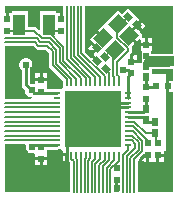
<source format=gtl>
G04 Layer_Physical_Order=1*
G04 Layer_Color=255*
%FSLAX24Y24*%
%MOIN*%
G70*
G01*
G75*
%ADD10R,0.0400X0.0370*%
G04:AMPARAMS|DCode=11|XSize=47.2mil|YSize=43.3mil|CornerRadius=0mil|HoleSize=0mil|Usage=FLASHONLY|Rotation=225.000|XOffset=0mil|YOffset=0mil|HoleType=Round|Shape=Rectangle|*
%AMROTATEDRECTD11*
4,1,4,0.0014,0.0320,0.0320,0.0014,-0.0014,-0.0320,-0.0320,-0.0014,0.0014,0.0320,0.0*
%
%ADD11ROTATEDRECTD11*%

%ADD12O,0.0256X0.0079*%
%ADD13O,0.0079X0.0256*%
%ADD14R,0.1850X0.1850*%
%ADD15R,0.0217X0.0236*%
G04:AMPARAMS|DCode=16|XSize=19.7mil|YSize=23.6mil|CornerRadius=0mil|HoleSize=0mil|Usage=FLASHONLY|Rotation=45.000|XOffset=0mil|YOffset=0mil|HoleType=Round|Shape=Rectangle|*
%AMROTATEDRECTD16*
4,1,4,0.0014,-0.0153,-0.0153,0.0014,-0.0014,0.0153,0.0153,-0.0014,0.0014,-0.0153,0.0*
%
%ADD16ROTATEDRECTD16*%

%ADD17R,0.0197X0.0236*%
%ADD18R,0.0236X0.0197*%
%ADD19R,0.0197X0.0256*%
%ADD20R,0.0394X0.0709*%
%ADD21C,0.0060*%
%ADD22C,0.0370*%
%ADD23C,0.0080*%
%ADD24C,0.0090*%
%ADD25C,0.0240*%
%ADD26C,0.0260*%
G36*
X2670Y1288D02*
X2547D01*
Y1090D01*
Y892D01*
X2670D01*
Y-2430D01*
X1500D01*
Y-1396D01*
X1595Y-1301D01*
X1642Y-1321D01*
Y-1415D01*
X1790D01*
Y-1197D01*
X1890D01*
Y-1415D01*
X2120D01*
Y-1197D01*
X2170D01*
Y-1147D01*
X2368D01*
Y-1070D01*
X2430D01*
Y892D01*
X2447D01*
Y1090D01*
Y1288D01*
X2430D01*
Y1500D01*
X1990D01*
Y1679D01*
X2510D01*
X2517Y1679D01*
X2670D01*
Y1288D01*
D02*
G37*
G36*
X-1902Y2358D02*
X-1887Y2344D01*
X-1869Y2334D01*
X-1850Y2326D01*
X-1830Y2321D01*
X-1810Y2320D01*
X-1574D01*
X-1470Y2216D01*
Y1800D01*
X-1469Y1780D01*
X-1464Y1760D01*
X-1456Y1741D01*
X-1445Y1724D01*
X-1432Y1708D01*
X-1006Y1282D01*
X-1006Y1280D01*
Y1102D01*
X-1004Y1080D01*
X-1003Y1075D01*
X-1025Y1025D01*
X-1075Y1003D01*
X-1080Y1004D01*
X-1102Y1006D01*
X-1152D01*
X-1168Y1010D01*
X-1191Y1012D01*
X-1522D01*
Y1265D01*
X-1720D01*
X-1918D01*
Y1199D01*
X-1934Y1183D01*
X-1968Y1166D01*
X-1982Y1171D01*
X-2011Y1177D01*
X-2040Y1179D01*
X-2047Y1178D01*
X-2084Y1214D01*
Y1653D01*
X-2074Y1662D01*
X-2055Y1684D01*
X-2039Y1708D01*
X-2026Y1734D01*
X-2017Y1761D01*
X-2011Y1789D01*
X-2009Y1818D01*
X-2011Y1847D01*
X-2017Y1875D01*
X-2026Y1902D01*
X-2039Y1928D01*
X-2055Y1952D01*
X-2074Y1974D01*
X-2095Y1993D01*
X-2119Y2009D01*
X-2145Y2022D01*
X-2172Y2031D01*
X-2201Y2037D01*
X-2230Y2039D01*
X-2258Y2037D01*
X-2287Y2031D01*
X-2314Y2022D01*
X-2340Y2009D01*
X-2364Y1993D01*
X-2385Y1974D01*
X-2404Y1952D01*
X-2420Y1928D01*
X-2433Y1902D01*
X-2442Y1875D01*
X-2448Y1847D01*
X-2450Y1818D01*
X-2448Y1789D01*
X-2442Y1761D01*
X-2433Y1734D01*
X-2420Y1708D01*
X-2404Y1684D01*
X-2385Y1662D01*
X-2375Y1653D01*
Y1148D01*
X-2373Y1125D01*
X-2368Y1103D01*
X-2359Y1082D01*
X-2347Y1063D01*
X-2332Y1045D01*
X-2259Y972D01*
X-2260Y958D01*
X-2258Y929D01*
X-2252Y901D01*
X-2243Y874D01*
X-2230Y848D01*
X-2214Y824D01*
X-2195Y802D01*
X-2174Y783D01*
X-2150Y767D01*
X-2124Y754D01*
X-2097Y745D01*
X-2068Y740D01*
X-2040Y738D01*
X-2033Y730D01*
X-2055Y680D01*
X-2910D01*
Y2440D01*
X-1984D01*
X-1902Y2358D01*
D02*
G37*
G36*
X-2228Y-889D02*
X-2229Y-891D01*
X-2230Y-920D01*
X-2229Y-949D01*
X-2223Y-977D01*
X-2214Y-1004D01*
X-2201Y-1030D01*
X-2185Y-1054D01*
X-2166Y-1076D01*
X-2144Y-1095D01*
X-2120Y-1111D01*
X-2094Y-1124D01*
X-2067Y-1133D01*
X-2039Y-1139D01*
X-2010Y-1140D01*
X-1981Y-1139D01*
X-1968Y-1136D01*
X-1965Y-1136D01*
X-1934Y-1156D01*
X-1918Y-1174D01*
Y-1267D01*
X-1522D01*
Y-1012D01*
X-1181D01*
X-1158Y-1010D01*
X-1142Y-1006D01*
X-1102D01*
X-1080Y-1004D01*
X-1075Y-1003D01*
X-1025Y-1025D01*
X-1003Y-1075D01*
X-1004Y-1080D01*
X-1006Y-1102D01*
Y-1141D01*
X-866D01*
Y-1191D01*
X-848D01*
Y-1280D01*
X-847Y-1301D01*
X-842Y-1323D01*
X-838Y-1332D01*
X-837Y-1338D01*
X-833Y-1358D01*
X-825Y-1376D01*
X-816Y-1391D01*
Y-1410D01*
X-805Y-1405D01*
X-801Y-1409D01*
X-760Y-1450D01*
Y-2430D01*
X-2910D01*
Y-839D01*
X-2263D01*
X-2228Y-889D01*
D02*
G37*
G36*
X850Y-2245D02*
X880D01*
Y-2430D01*
X711D01*
Y-2245D01*
X750D01*
Y-2027D01*
X850D01*
Y-2245D01*
D02*
G37*
G36*
X2670Y2169D02*
X2517D01*
X2510Y2170D01*
X1948D01*
Y2269D01*
X1988D01*
Y2437D01*
X1790D01*
X1592D01*
Y2269D01*
X1632D01*
Y1982D01*
X1631Y1979D01*
X1626Y1952D01*
X1625Y1924D01*
X1625Y1910D01*
X1605Y1879D01*
X1582Y1860D01*
X1488D01*
Y1867D01*
X1290D01*
Y1967D01*
X1488D01*
Y2135D01*
X1275D01*
X1256Y2181D01*
X1262Y2188D01*
X1276Y2203D01*
X1286Y2221D01*
X1294Y2240D01*
X1299Y2260D01*
X1300Y2280D01*
Y2360D01*
X1299Y2380D01*
X1294Y2400D01*
X1292Y2405D01*
X1410Y2523D01*
X1186Y2746D01*
X1257Y2817D01*
X1481Y2593D01*
X1545Y2658D01*
X1592Y2639D01*
Y2537D01*
X1740D01*
Y2705D01*
X1658D01*
X1639Y2751D01*
X1683Y2796D01*
X1558Y2921D01*
X1578Y2941D01*
X1424Y3095D01*
X1459Y3131D01*
X1424Y3166D01*
X1564Y3306D01*
X1445Y3425D01*
X1167Y3704D01*
X971Y3508D01*
X846Y3633D01*
X372Y3160D01*
X170Y2957D01*
X394Y2734D01*
X323Y2663D01*
X99Y2887D01*
X-103Y2684D01*
X22Y2559D01*
X12Y2549D01*
X166Y2395D01*
X131Y2359D01*
X166Y2324D01*
X26Y2184D01*
X56Y2153D01*
X32Y2129D01*
X186Y1975D01*
X115Y1904D01*
X-39Y2058D01*
X-47Y2050D01*
X-250Y2252D01*
Y3770D01*
X2670D01*
Y2169D01*
D02*
G37*
G36*
X-990Y3555D02*
X-1000D01*
Y3337D01*
X-1100D01*
Y3555D01*
X-1161D01*
Y3594D01*
X-1755D01*
Y2994D01*
X-1801Y2975D01*
X-1861Y3035D01*
X-1876Y3049D01*
X-1894Y3059D01*
X-1913Y3067D01*
X-1933Y3072D01*
X-1953Y3074D01*
X-2145D01*
Y3594D01*
X-2739D01*
Y3555D01*
X-2800D01*
Y3337D01*
X-2900D01*
Y3555D01*
X-2910D01*
Y3770D01*
X-990D01*
Y3555D01*
D02*
G37*
%LPC*%
G36*
X2368Y-1247D02*
X2220D01*
Y-1415D01*
X2368D01*
Y-1247D01*
D02*
G37*
G36*
X-1522Y1533D02*
X-1670D01*
Y1365D01*
X-1522D01*
Y1533D01*
D02*
G37*
G36*
X-1770D02*
X-1918D01*
Y1365D01*
X-1770D01*
Y1533D01*
D02*
G37*
G36*
X-1522Y-1367D02*
X-1670D01*
Y-1535D01*
X-1522D01*
Y-1367D01*
D02*
G37*
G36*
X-1770D02*
X-1918D01*
Y-1535D01*
X-1770D01*
Y-1367D01*
D02*
G37*
G36*
X-916Y-1241D02*
X-1006D01*
Y-1280D01*
X-1004Y-1301D01*
X-999Y-1323D01*
X-991Y-1343D01*
X-979Y-1362D01*
X-965Y-1378D01*
X-948Y-1393D01*
X-930Y-1404D01*
X-916Y-1410D01*
Y-1241D01*
D02*
G37*
G36*
X1988Y2705D02*
X1840D01*
Y2537D01*
X1988D01*
Y2705D01*
D02*
G37*
G36*
X1635Y3236D02*
X1530Y3131D01*
X1649Y3012D01*
X1754Y3117D01*
X1635Y3236D01*
D02*
G37*
G36*
X-59Y2478D02*
X-164Y2373D01*
X-45Y2254D01*
X60Y2359D01*
X-59Y2478D01*
D02*
G37*
%LPD*%
D10*
X2510Y1924D02*
D03*
D11*
X1221Y2782D02*
D03*
X832Y3171D02*
D03*
X748Y2308D02*
D03*
X358Y2698D02*
D03*
D12*
X-1191Y866D02*
D03*
Y709D02*
D03*
Y551D02*
D03*
Y394D02*
D03*
Y236D02*
D03*
Y79D02*
D03*
Y-79D02*
D03*
Y-236D02*
D03*
Y-394D02*
D03*
Y-551D02*
D03*
Y-709D02*
D03*
Y-866D02*
D03*
X1191D02*
D03*
Y-709D02*
D03*
Y-551D02*
D03*
Y-394D02*
D03*
Y-236D02*
D03*
Y-79D02*
D03*
Y79D02*
D03*
Y236D02*
D03*
Y394D02*
D03*
Y551D02*
D03*
Y709D02*
D03*
Y866D02*
D03*
D13*
X-866Y-1191D02*
D03*
X-709D02*
D03*
X-551D02*
D03*
X-394D02*
D03*
X-236D02*
D03*
X-79D02*
D03*
X79D02*
D03*
X236D02*
D03*
X394D02*
D03*
X551D02*
D03*
X709D02*
D03*
X866D02*
D03*
Y1191D02*
D03*
X709D02*
D03*
X551D02*
D03*
X394D02*
D03*
X236D02*
D03*
X79D02*
D03*
X-79D02*
D03*
X-236D02*
D03*
X-394D02*
D03*
X-551D02*
D03*
X-709D02*
D03*
X-866D02*
D03*
D14*
X0Y0D02*
D03*
D15*
X800Y-2027D02*
D03*
Y-1633D02*
D03*
D16*
X1181Y3409D02*
D03*
X1459Y3131D02*
D03*
X409Y2081D02*
D03*
X131Y2359D02*
D03*
X429Y1661D02*
D03*
X151Y1939D02*
D03*
D17*
X2170Y-803D02*
D03*
Y-1197D02*
D03*
X1790Y673D02*
D03*
Y1067D02*
D03*
Y2093D02*
D03*
Y2487D02*
D03*
X-1720Y921D02*
D03*
Y1315D02*
D03*
X1290Y1523D02*
D03*
Y1917D02*
D03*
X1840Y-803D02*
D03*
Y-1197D02*
D03*
X-1720Y-923D02*
D03*
Y-1317D02*
D03*
X-1050Y3337D02*
D03*
Y2943D02*
D03*
X-2850Y3337D02*
D03*
Y2943D02*
D03*
D18*
X2103Y1090D02*
D03*
X2497D02*
D03*
D19*
X1790Y347D02*
D03*
Y-27D02*
D03*
X2070Y-103D02*
D03*
Y-477D02*
D03*
X1790Y1767D02*
D03*
Y1393D02*
D03*
D20*
X-1458Y3140D02*
D03*
X-2442D02*
D03*
D21*
X-860Y1999D02*
Y3779D01*
X-740Y2049D02*
Y3779D01*
X-620Y2099D02*
Y3779D01*
X-500Y2148D02*
Y3779D01*
X-380Y2198D02*
Y3779D01*
X-1520Y2450D02*
X-1340Y2270D01*
Y1800D02*
Y2270D01*
X-1470Y2570D02*
X-1220Y2320D01*
Y1850D02*
Y2320D01*
X-1100Y1900D02*
Y2370D01*
X-1420Y2690D02*
X-1100Y2370D01*
X-980Y1949D02*
Y2420D01*
X-1465Y2905D02*
X-980Y2420D01*
X-1261Y2943D02*
X-1050D01*
X-1700Y2690D02*
X-1420D01*
X-1953Y2943D02*
X-1700Y2690D01*
X-2850Y2943D02*
X-1953D01*
X-1870Y2690D02*
X-1750Y2570D01*
X-2920Y2690D02*
X-1870D01*
X-1750Y2570D02*
X-1470D01*
X-1930D02*
X-1810Y2450D01*
X-2920Y2570D02*
X-1930D01*
X-1810Y2450D02*
X-1520D01*
X-2918Y-709D02*
X-1181D01*
X-2918Y-551D02*
X-1181D01*
X-2918Y-394D02*
X-1181D01*
X-2918Y-236D02*
X-1181D01*
X-2918Y-79D02*
X-1181D01*
X-2918Y79D02*
X-1181D01*
X-2918Y236D02*
X-1181D01*
X-2918Y394D02*
X-1181D01*
X1181Y-1022D02*
Y-866D01*
X1010Y-2440D02*
Y-1193D01*
X1181Y-1022D01*
X1130Y-2440D02*
Y-1243D01*
X1250Y-2440D02*
Y-1293D01*
X1370Y-2440D02*
Y-1342D01*
X-709Y1181D02*
Y1339D01*
X-551Y1181D02*
Y1351D01*
X-394Y1181D02*
Y1363D01*
X-236Y1181D02*
Y1375D01*
X-79Y1181D02*
Y1388D01*
X79Y1181D02*
Y1400D01*
X236Y1181D02*
Y1412D01*
X394Y1181D02*
Y1424D01*
X-866Y1181D02*
Y1326D01*
X-1340Y1800D02*
X-866Y1326D01*
X-1220Y1850D02*
X-709Y1339D01*
X-1100Y1900D02*
X-551Y1351D01*
X-980Y1949D02*
X-394Y1363D01*
X-860Y1999D02*
X-236Y1375D01*
X-740Y2049D02*
X-79Y1388D01*
X-620Y2099D02*
X79Y1400D01*
X-500Y2148D02*
X236Y1412D01*
X-380Y2198D02*
X394Y1424D01*
X810Y2720D02*
X1170Y2360D01*
X810Y2720D02*
Y3038D01*
X1181Y3409D01*
X409Y2081D02*
X618Y2290D01*
X1170Y2280D02*
Y2360D01*
X618Y2290D02*
X709D01*
X709Y1191D02*
Y1411D01*
X709Y1181D02*
Y1191D01*
Y2269D02*
Y2290D01*
Y2269D02*
X748Y2308D01*
X681Y2241D02*
X709Y2269D01*
X681Y1439D02*
X709Y1411D01*
X681Y1439D02*
Y2241D01*
X866Y1191D02*
Y1424D01*
X801Y1489D02*
X866Y1424D01*
X801Y1489D02*
Y1911D01*
X1170Y2280D01*
X1181Y-709D02*
X1305D01*
X1409Y-964D02*
Y-813D01*
X1130Y-1243D02*
X1409Y-964D01*
X1305Y-709D02*
X1409Y-813D01*
X1181Y-551D02*
X1317D01*
X1250Y-1293D02*
X1529Y-1014D01*
Y-763D01*
X1317Y-551D02*
X1529Y-763D01*
X1181Y-394D02*
X1329D01*
X1370Y-1342D02*
X1649Y-1064D01*
Y-713D01*
X1329Y-394D02*
X1649Y-713D01*
X1181Y-236D02*
X1342D01*
X1840Y-735D01*
Y-803D02*
Y-735D01*
X-2918Y550D02*
X-1220D01*
X-394Y-1191D02*
Y-1181D01*
X-79Y-1191D02*
Y-1181D01*
X79Y-1321D02*
Y-1191D01*
X79D02*
Y-1181D01*
X236Y-1333D02*
Y-1191D01*
X236D02*
Y-1181D01*
X394Y-1346D02*
Y-1191D01*
X394D02*
Y-1181D01*
X220Y-1519D02*
X394Y-1346D01*
X220Y-2440D02*
Y-1519D01*
X551Y-1358D02*
Y-1191D01*
X340Y-2440D02*
Y-1569D01*
X551Y-1191D02*
Y-1181D01*
X340Y-1569D02*
X551Y-1358D01*
X709Y-1371D02*
Y-1191D01*
X460Y-2440D02*
Y-1619D01*
X709Y-1191D02*
Y-1181D01*
X460Y-1619D02*
X709Y-1371D01*
X866Y-1383D02*
Y-1191D01*
X866D02*
Y-1181D01*
X580Y-2440D02*
Y-1669D01*
X866Y-1383D01*
X-79Y-1308D02*
Y-1191D01*
X91Y-2440D02*
Y-1478D01*
X236Y-1333D01*
X-29Y-2440D02*
Y-1428D01*
X79Y-1321D01*
X-150Y-2440D02*
Y-1379D01*
X-79Y-1308D01*
X-270Y-1329D02*
X-236Y-1296D01*
X-270Y-2440D02*
Y-1329D01*
X-236Y-1296D02*
Y-1191D01*
X-394Y-1278D02*
Y-1191D01*
Y-1278D02*
X-390Y-1282D01*
Y-2440D02*
Y-1282D01*
X-551Y-1305D02*
Y-1191D01*
Y-1305D02*
X-510Y-1347D01*
Y-2440D02*
Y-1347D01*
X-709Y-1317D02*
Y-1191D01*
Y-1317D02*
X-630Y-1396D01*
Y-2440D02*
Y-1396D01*
X-709Y-1191D02*
Y-1181D01*
D22*
X1870Y1924D02*
X2510D01*
D23*
X1766Y-477D02*
X2070D01*
X2120Y-803D02*
Y-527D01*
X2070Y-477D02*
X2120Y-527D01*
X1368Y-79D02*
X1766Y-477D01*
X1181Y-79D02*
X1368D01*
X429Y1661D02*
X551Y1539D01*
Y1181D02*
Y1539D01*
D24*
X1790Y2487D02*
Y2840D01*
X1866Y-103D02*
X2070D01*
X1679Y236D02*
X1790Y347D01*
X1684Y79D02*
X1866Y-103D01*
X1790Y347D02*
Y683D01*
X1181Y236D02*
X1679D01*
X1181Y79D02*
X1684D01*
X1793Y1070D02*
X2133D01*
X1790Y1067D02*
Y1393D01*
X-866Y-866D02*
X0Y0D01*
X-866Y-1181D02*
Y-866D01*
X551Y551D02*
X1181D01*
X394Y394D02*
X1181D01*
X1181Y1414D02*
X1290Y1523D01*
X1181Y709D02*
Y1414D01*
X-1996Y-866D02*
X-1181D01*
X1221Y2782D02*
Y2893D01*
X1459Y3131D01*
X1020Y1650D02*
X1163D01*
X1290Y1523D01*
X1221Y2782D02*
X1410Y2593D01*
X1706Y-1197D02*
X1840D01*
X1590Y-1313D02*
X1706Y-1197D01*
X1590Y-1420D02*
Y-1313D01*
X-2040Y958D02*
X-1948Y866D01*
X-1191D01*
X-2230Y1148D02*
X-2040Y958D01*
X-2230Y1148D02*
Y1818D01*
X-866Y-1438D02*
Y-1191D01*
X-890Y-1462D02*
X-866Y-1438D01*
X1290Y1917D02*
Y2150D01*
X1410Y2250D02*
X1420D01*
X1390D02*
X1410D01*
X1290Y2150D02*
X1390Y2250D01*
X1410D02*
Y2593D01*
D25*
X-2790Y-2310D02*
D03*
X-2790Y-960D02*
D03*
X-1110Y3650D02*
D03*
X-2790D02*
D03*
X2550D02*
D03*
X-130D02*
D03*
X-1950Y3190D02*
D03*
X2550Y-1480D02*
D03*
X1620Y-1480D02*
D03*
X2550Y1550D02*
D03*
Y2290D02*
D03*
Y700D02*
D03*
X1730Y2880D02*
D03*
X-2790Y2320D02*
D03*
X2070Y3400D02*
D03*
X-2020Y-1320D02*
D03*
X1410Y2250D02*
D03*
X-1120Y-1200D02*
D03*
X1020Y1650D02*
D03*
X-70Y2190D02*
D03*
X-2010Y-920D02*
D03*
X-1590Y2130D02*
D03*
X40Y2980D02*
D03*
X-1230Y1208D02*
D03*
X-2040Y958D02*
D03*
X-2230Y1818D02*
D03*
X-1990Y1638D02*
D03*
X-2790Y808D02*
D03*
X-880Y-2310D02*
D03*
X1620D02*
D03*
X2550D02*
D03*
X800D02*
D03*
D26*
X-709Y709D02*
D03*
X-236D02*
D03*
X236D02*
D03*
X709D02*
D03*
X-709Y236D02*
D03*
X-236D02*
D03*
X236D02*
D03*
X709D02*
D03*
X-709Y-236D02*
D03*
X-236D02*
D03*
X236D02*
D03*
X709D02*
D03*
X-709Y-709D02*
D03*
X-236D02*
D03*
X236D02*
D03*
X709D02*
D03*
M02*

</source>
